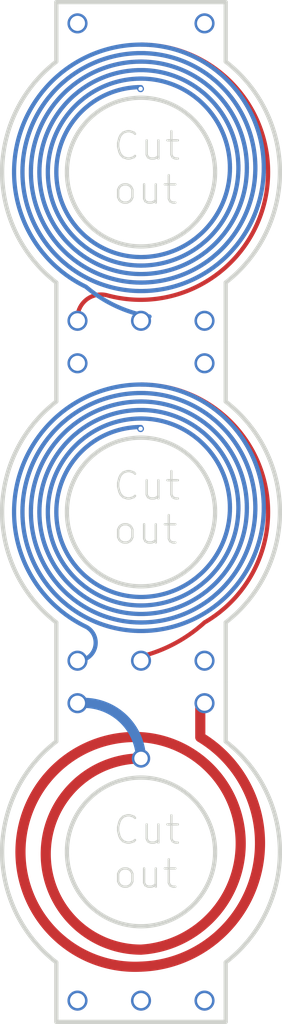
<source format=kicad_pcb>
(kicad_pcb
	(version 20240108)
	(generator "pcbnew")
	(generator_version "8.0")
	(general
		(thickness 1.6)
		(legacy_teardrops no)
	)
	(paper "A4")
	(layers
		(0 "F.Cu" signal)
		(31 "B.Cu" signal)
		(32 "B.Adhes" user "B.Adhesive")
		(33 "F.Adhes" user "F.Adhesive")
		(34 "B.Paste" user)
		(35 "F.Paste" user)
		(36 "B.SilkS" user "B.Silkscreen")
		(37 "F.SilkS" user "F.Silkscreen")
		(38 "B.Mask" user)
		(39 "F.Mask" user)
		(40 "Dwgs.User" user "User.Drawings")
		(41 "Cmts.User" user "User.Comments")
		(42 "Eco1.User" user "User.Eco1")
		(43 "Eco2.User" user "User.Eco2")
		(44 "Edge.Cuts" user)
		(45 "Margin" user)
		(46 "B.CrtYd" user "B.Courtyard")
		(47 "F.CrtYd" user "F.Courtyard")
		(48 "B.Fab" user)
		(49 "F.Fab" user)
		(50 "User.1" user)
		(51 "User.2" user)
		(52 "User.3" user)
		(53 "User.4" user)
		(54 "User.5" user)
		(55 "User.6" user)
		(56 "User.7" user)
		(57 "User.8" user)
		(58 "User.9" user)
	)
	(setup
		(pad_to_mask_clearance 0)
		(allow_soldermask_bridges_in_footprints no)
		(pcbplotparams
			(layerselection 0x00010fc_ffffffff)
			(plot_on_all_layers_selection 0x0000000_00000000)
			(disableapertmacros no)
			(usegerberextensions no)
			(usegerberattributes yes)
			(usegerberadvancedattributes yes)
			(creategerberjobfile yes)
			(dashed_line_dash_ratio 12.000000)
			(dashed_line_gap_ratio 3.000000)
			(svgprecision 4)
			(plotframeref no)
			(viasonmask no)
			(mode 1)
			(useauxorigin no)
			(hpglpennumber 1)
			(hpglpenspeed 20)
			(hpglpendiameter 15.000000)
			(pdf_front_fp_property_popups yes)
			(pdf_back_fp_property_popups yes)
			(dxfpolygonmode yes)
			(dxfimperialunits yes)
			(dxfusepcbnewfont yes)
			(psnegative no)
			(psa4output no)
			(plotreference yes)
			(plotvalue yes)
			(plotfptext yes)
			(plotinvisibletext no)
			(sketchpadsonfab no)
			(subtractmaskfromsilk no)
			(outputformat 1)
			(mirror no)
			(drillshape 1)
			(scaleselection 1)
			(outputdirectory "")
		)
	)
	(net 0 "")
	(net 1 "S$2")
	(net 2 "S$4")
	(net 3 "S$5")
	(net 4 "S$7")
	(net 5 "S$6")
	(net 6 "S$10")
	(net 7 "S$11")
	(net 8 "S$12")
	(net 9 "S$19")
	(net 10 "S$18")
	(net 11 "S$14")
	(gr_line
		(start 143.4211 135.4836)
		(end 143.4211 131.9276)
		(stroke
			(width 0.254)
			(type solid)
		)
		(layer "Edge.Cuts")
		(uuid "0242151f-6e44-4027-a33d-f467f3438622")
	)
	(gr_line
		(start 153.5811 74.5236)
		(end 153.5811 78.0796)
		(stroke
			(width 0.254)
			(type solid)
		)
		(layer "Edge.Cuts")
		(uuid "13294510-573b-4b65-93c7-85c74c3c7394")
	)
	(gr_line
		(start 143.4211 74.5236)
		(end 143.4211 78.0796)
		(stroke
			(width 0.254)
			(type solid)
		)
		(layer "Edge.Cuts")
		(uuid "1632cc07-4427-4630-995f-fb8f2ae41625")
	)
	(gr_arc
		(start 143.4211 131.9276)
		(mid 140.169281 125.3236)
		(end 143.4211 118.7196)
		(stroke
			(width 0.254)
			(type solid)
		)
		(layer "Edge.Cuts")
		(uuid "1a72e2c4-3b71-4937-a492-a7a7e7d9b40d")
	)
	(gr_arc
		(start 153.5811 78.0796)
		(mid 156.832919 84.6836)
		(end 153.5811 91.2876)
		(stroke
			(width 0.254)
			(type solid)
		)
		(layer "Edge.Cuts")
		(uuid "45d6d0f2-bef4-407d-bcdc-e8a31417080a")
	)
	(gr_line
		(start 143.4211 74.5236)
		(end 153.5811 74.5236)
		(stroke
			(width 0.254)
			(type solid)
		)
		(layer "Edge.Cuts")
		(uuid "47916baf-3117-4b82-9737-77fb6bd3667b")
	)
	(gr_line
		(start 143.4211 115.1636)
		(end 143.4211 111.6076)
		(stroke
			(width 0.254)
			(type solid)
		)
		(layer "Edge.Cuts")
		(uuid "4941f9b0-173b-4dd7-ac8c-07a365fff616")
	)
	(gr_line
		(start 153.5811 135.4836)
		(end 153.5811 131.9276)
		(stroke
			(width 0.254)
			(type solid)
		)
		(layer "Edge.Cuts")
		(uuid "547530f1-2fa7-4cb2-8414-56fedeba17a8")
	)
	(gr_arc
		(start 143.4211 91.2876)
		(mid 140.169281 84.6836)
		(end 143.4211 78.0796)
		(stroke
			(width 0.254)
			(type solid)
		)
		(layer "Edge.Cuts")
		(uuid "5be246c7-e76d-49ef-bdcc-729fe223edd0")
	)
	(gr_arc
		(start 153.5811 118.7196)
		(mid 156.832919 125.3236)
		(end 153.5811 131.9276)
		(stroke
			(width 0.254)
			(type solid)
		)
		(layer "Edge.Cuts")
		(uuid "63ecfc0a-83ca-4df9-92ee-f3e241c47123")
	)
	(gr_line
		(start 143.4211 115.1636)
		(end 143.4211 118.7196)
		(stroke
			(width 0.254)
			(type solid)
		)
		(layer "Edge.Cuts")
		(uuid "67c2baef-f41d-4abd-bf39-2f15a0687c36")
	)
	(gr_line
		(start 153.5811 94.8436)
		(end 153.5811 98.3996)
		(stroke
			(width 0.254)
			(type solid)
		)
		(layer "Edge.Cuts")
		(uuid "95e60c33-e8f5-4505-b0cc-7e95b8fdfcc4")
	)
	(gr_circle
		(center 148.5011 84.6836)
		(end 152.9461 84.6836)
		(stroke
			(width 0.254)
			(type solid)
		)
		(fill none)
		(layer "Edge.Cuts")
		(uuid "97574b8f-8116-4128-a29d-501d29f73dbc")
	)
	(gr_line
		(start 143.4211 94.8436)
		(end 143.4211 91.2876)
		(stroke
			(width 0.254)
			(type solid)
		)
		(layer "Edge.Cuts")
		(uuid "a4ca1992-67be-46da-90ad-9943ec7ef395")
	)
	(gr_circle
		(center 148.5011 105.0036)
		(end 152.9461 105.0036)
		(stroke
			(width 0.254)
			(type solid)
		)
		(fill none)
		(layer "Edge.Cuts")
		(uuid "a5955f83-292c-4e52-a61f-1afcb68a3d42")
	)
	(gr_line
		(start 143.4211 135.4836)
		(end 153.5811 135.4836)
		(stroke
			(width 0.254)
			(type solid)
		)
		(layer "Edge.Cuts")
		(uuid "b372ea4e-a133-4b7e-92d3-3cfda756d898")
	)
	(gr_line
		(start 143.4211 94.8436)
		(end 143.4211 98.3996)
		(stroke
			(width 0.254)
			(type solid)
		)
		(layer "Edge.Cuts")
		(uuid "c63b6b85-e4f4-4e84-84de-8300811c256d")
	)
	(gr_line
		(start 153.5811 115.1636)
		(end 153.5811 111.6076)
		(stroke
			(width 0.254)
			(type solid)
		)
		(layer "Edge.Cuts")
		(uuid "c84d2867-5175-4bb5-8068-1243bc3aaf0c")
	)
	(gr_line
		(start 153.5811 115.1636)
		(end 153.5811 118.7196)
		(stroke
			(width 0.254)
			(type solid)
		)
		(layer "Edge.Cuts")
		(uuid "e1855ee4-a0ce-4e06-b4c5-60d69a1ba9cf")
	)
	(gr_circle
		(center 148.5011 125.3236)
		(end 152.9461 125.3236)
		(stroke
			(width 0.254)
			(type solid)
		)
		(fill none)
		(layer "Edge.Cuts")
		(uuid "e678451d-d3c8-4c70-bf6a-c3f6a15a181e")
	)
	(gr_line
		(start 153.5811 94.8436)
		(end 153.5811 91.2876)
		(stroke
			(width 0.254)
			(type solid)
		)
		(layer "Edge.Cuts")
		(uuid "e81d0bd9-5c0f-4307-a323-dcff7faa7651")
	)
	(gr_arc
		(start 143.4211 111.6076)
		(mid 140.169281 105.0036)
		(end 143.4211 98.3996)
		(stroke
			(width 0.254)
			(type solid)
		)
		(layer "Edge.Cuts")
		(uuid "f059d6ee-79d5-48ef-993c-ec068ad3dc40")
	)
	(gr_arc
		(start 153.5811 98.3996)
		(mid 156.832919 105.0036)
		(end 153.5811 111.6076)
		(stroke
			(width 0.254)
			(type solid)
		)
		(layer "Edge.Cuts")
		(uuid "fc281f16-b341-4922-9723-f67e786f85d7")
	)
	(gr_text "Cut\nout"
		(at 146.7231 127.6096 0)
		(layer "Edge.Cuts")
		(uuid "287760df-c389-4a85-b56b-6019fadc5b6d")
		(effects
			(font
				(size 1.63576 1.63576)
				(thickness 0.14224)
			)
			(justify left bottom)
		)
	)
	(gr_text "Cut\nout"
		(at 146.7231 86.7156 0)
		(layer "Edge.Cuts")
		(uuid "3299adda-378a-44ec-8e14-c6835ca53163")
		(effects
			(font
				(size 1.63576 1.63576)
				(thickness 0.14224)
			)
			(justify left bottom)
		)
	)
	(gr_text "Cut\nout"
		(at 146.7231 107.0356 0)
		(layer "Edge.Cuts")
		(uuid "92ada77c-69a7-4a07-8613-0a080a981f5e")
		(effects
			(font
				(size 1.63576 1.63576)
				(thickness 0.14224)
			)
			(justify left bottom)
		)
	)
	(via
		(at 148.5011 113.8936)
		(size 1.2048)
		(drill 0.9)
		(layers "F.Cu" "B.Cu")
		(net 1)
		(uuid "34d5f859-c1ae-4206-b7a5-a6df8c50a8c5")
	)
	(via
		(at 148.4757 100.0252)
		(size 0.4064)
		(drill 0.254)
		(layers "F.Cu" "B.Cu")
		(net 1)
		(uuid "363ccdd7-1e92-4860-afdd-20ac2822e0ae")
	)
	(via
		(at 144.6911 113.8936)
		(size 1.2048)
		(drill 0.9)
		(layers "F.Cu" "B.Cu")
		(net 1)
		(uuid "a78d4f79-79b9-4dea-b664-43a3b407e96e")
	)
	(arc
		(start 148.5011 98.3996)
		(mid 141.8971 105.0036)
		(end 148.5011 111.6076)
		(width 0.254)
		(layer "F.Cu")
		(net 1)
		(uuid "0653627e-6555-4e43-ac59-fd429f36d902")
	)
	(arc
		(start 148.5011 111.0996)
		(mid 154.8511 104.7496)
		(end 148.5011 98.3996)
		(width 0.254)
		(layer "F.Cu")
		(net 1)
		(uuid "1f09f523-0ea1-4941-8c16-a6784bee9092")
	)
	(arc
		(start 148.5011 97.8916)
		(mid 141.3891 105.0036)
		(end 148.5011 112.1156)
		(width 0.254)
		(layer "F.Cu")
		(net 1)
		(uuid "5572e7e0-48bd-4bb4-8a9e-044f0e81864e")
	)
	(arc
		(start 148.5011 98.9076)
		(mid 142.4051 105.0036)
		(end 148.5011 111.0996)
		(width 0.254)
		(layer "F.Cu")
		(net 1)
		(uuid "5d511213-dbcc-4f67-94d8-099d754cbb59")
	)
	(arc
		(start 148.5011 99.9236)
		(mid 143.4211 105.0036)
		(end 148.5011 110.0836)
		(width 0.254)
		(layer "F.Cu")
		(net 1)
		(uuid "618fe523-99e3-4781-a22a-56903af0078c")
	)
	(arc
		(start 148.5011 110.5916)
		(mid 154.3431 104.7496)
		(end 148.5011 98.9076)
		(width 0.254)
		(layer "F.Cu")
		(net 1)
		(uuid "6651dcd9-a091-408c-b262-12756d96d6a3")
	)
	(arc
		(start 148.5011 112.1156)
		(mid 155.8671 104.7496)
		(end 148.5011 97.3836)
		(width 0.254)
		(layer "F.Cu")
		(net 1)
		(uuid "782111fa-4958-4d42-8f5e-edec98e395b5")
	)
	(arc
		(start 148.5011 111.6076)
		(mid 155.3591 104.7496)
		(end 148.5011 97.8916)
		(width 0.254)
		(layer "F.Cu")
		(net 1)
		(uuid "9289ed68-3af5-4737-9dbf-707b7bd337af")
	)
	(arc
		(start 152.3111 111.6076)
		(mid 150.531868 112.859416)
		(end 148.5011 113.6396)
		(width 0.254)
		(layer "F.Cu")
		(net 1)
		(uuid "94d73fe5-550e-454a-98a7-d1830fb488cc")
	)
	(arc
		(start 148.5011 97.3836)
		(mid 155.864234 103.0336)
		(end 152.3111 111.6076)
		(width 0.254)
		(layer "F.Cu")
		(net 1)
		(uuid "bf5a10e0-7b11-40a7-a0dd-79238c0137c2")
	)
	(arc
		(start 148.5011 110.0836)
		(mid 153.8351 104.7496)
		(end 148.5011 99.4156)
		(width 0.254)
		(layer "F.Cu")
		(net 1)
		(uuid "de880dc2-f34a-4dd6-aa59-ccaaf42339c2")
	)
	(arc
		(start 148.5011 99.4156)
		(mid 142.9131 105.0036)
		(end 148.5011 110.5916)
		(width 0.254)
		(layer "F.Cu")
		(net 1)
		(uuid "dfcb133e-d9c0-4748-b9cd-af1df62eaddc")
	)
	(arc
		(start 148.5011 98.3996)
		(mid 141.8971 105.0036)
		(end 148.5011 111.6076)
		(width 0.254)
		(layer "B.Cu")
		(net 1)
		(uuid "0253eb39-79ab-4d70-a155-71bc09f3302b")
	)
	(arc
		(start 148.5011 97.8916)
		(mid 141.3891 105.0036)
		(end 148.5011 112.1156)
		(width 0.254)
		(layer "B.Cu")
		(net 1)
		(uuid "1f107afc-5178-4ae8-ae3e-33f36563da1a")
	)
	(arc
		(start 145.1991 111.8616)
		(mid 145.74918 113.07862)
		(end 144.6911 113.8936)
		(width 0.254)
		(layer "B.Cu")
		(net 1)
		(uuid "251cdd1d-6363-4021-9bcd-ecde17d9dc98")
	)
	(arc
		(start 148.5011 110.0836)
		(mid 153.8351 104.7496)
		(end 148.5011 99.4156)
		(width 0.254)
		(layer "B.Cu")
		(net 1)
		(uuid "3c6181e1-ea54-4838-ac77-baa569817d7a")
	)
	(arc
		(start 148.5011 110.5916)
		(mid 154.3431 104.7496)
		(end 148.5011 98.9076)
		(width 0.254)
		(layer "B.Cu")
		(net 1)
		(uuid "6db9771d-d980-4f53-8147-c45813bbdd3f")
	)
	(arc
		(start 148.5011 111.0996)
		(mid 154.8511 104.7496)
		(end 148.5011 98.3996)
		(width 0.254)
		(layer "B.Cu")
		(net 1)
		(uuid "8e85d9c1-be1a-4db9-9eb0-8ed34050aaed")
	)
	(arc
		(start 148.5011 98.9076)
		(mid 142.4051 105.0036)
		(end 148.5011 111.0996)
		(width 0.254)
		(layer "B.Cu")
		(net 1)
		(uuid "98cdc905-6600-4285-aeea-7473696eaad0")
	)
	(arc
		(start 148.5011 99.4156)
		(mid 142.9131 105.0036)
		(end 148.5011 110.5916)
		(width 0.254)
		(layer "B.Cu")
		(net 1)
		(uuid "999a472f-6cf8-4da4-ba6a-36fd6ab50c99")
	)
	(arc
		(start 148.5011 112.1156)
		(mid 155.8671 104.7496)
		(end 148.5011 97.3836)
		(width 0.254)
		(layer "B.Cu")
		(net 1)
		(uuid "b1cb1380-1cc7-4573-9a09-e2e287002973")
	)
	(arc
		(start 148.5011 99.9236)
		(mid 143.4211 105.0036)
		(end 148.5011 110.0836)
		(width 0.254)
		(layer "B.Cu")
		(net 1)
		(uuid "d7248fbe-e682-49ed-81c7-025bec0436c4")
	)
	(arc
		(start 148.5011 111.6076)
		(mid 155.3591 104.7496)
		(end 148.5011 97.8916)
		(width 0.254)
		(layer "B.Cu")
		(net 1)
		(uuid "da638205-3d47-4e01-bfd1-f3c59c225f8d")
	)
	(arc
		(start 148.5011 97.3836)
		(mid 141.076966 103.30592)
		(end 145.1991 111.8616)
		(width 0.254)
		(layer "B.Cu")
		(net 1)
		(uuid "e3589839-bb07-49fd-aa2f-cac300177e1b")
	)
	(via
		(at 144.6911 96.1136)
		(size 1.2048)
		(drill 0.9)
		(layers "F.Cu" "B.Cu")
		(net 2)
		(uuid "98e8a854-b0f6-4e47-92a7-260197deeab2")
	)
	(via
		(at 152.3111 96.1136)
		(size 1.2048)
		(drill 0.9)
		(layers "F.Cu" "B.Cu")
		(net 3)
		(uuid "50b042d3-3dbb-4deb-8011-ea26fd8e022d")
	)
	(via
		(at 152.3111 113.8936)
		(size 1.2048)
		(drill 0.9)
		(layers "F.Cu" "B.Cu")
		(net 4)
		(uuid "5ea3670a-397e-4bf7-9624-ed486298a7ab")
	)
	(via
		(at 148.5011 93.5736)
		(size 1.2048)
		(drill 0.9)
		(layers "F.Cu" "B.Cu")
		(net 5)
		(uuid "4ac827e8-2e52-4d32-97e1-42b8d3c70b61")
	)
	(via
		(at 148.4757 79.7052)
		(size 0.4064)
		(drill 0.254)
		(layers "F.Cu" "B.Cu")
		(net 5)
		(uuid "96b1d788-b11a-4b22-bbf9-8498d85de19b")
	)
	(via
		(at 144.6911 93.5736)
		(size 1.2048)
		(drill 0.9)
		(layers "F.Cu" "B.Cu")
		(net 5)
		(uuid "db34518e-5940-4788-b91c-aa01a9f78789")
	)
	(arc
		(start 148.5011 78.5876)
		(mid 142.4051 84.6836)
		(end 148.5011 90.7796)
		(width 0.254)
		(layer "F.Cu")
		(net 5)
		(uuid "08fbaa2d-cf0a-40d7-84e3-54ff07cbcf49")
	)
	(arc
		(start 152.3111 91.2876)
		(mid 149.466584 92.254975)
		(end 146.4691 92.0496)
		(width 0.254)
		(layer "F.Cu")
		(net 5)
		(uuid "140f9fbb-7f19-4190-81a6-b91f877b7ce7")
	)
	(arc
		(start 148.5011 78.0796)
		(mid 141.8971 84.6836)
		(end 148.5011 91.2876)
		(width 0.254)
		(layer "F.Cu")
		(net 5)
		(uuid "22c949ad-e985-4f68-84dc-2a74ad4b13e9")
	)
	(arc
		(start 148.5011 90.2716)
		(mid 154.3431 84.4296)
		(end 148.5011 78.5876)
		(width 0.254)
		(layer "F.Cu")
		(net 5)
		(uuid "40591021-4176-42ba-a7f5-1bd68aeac8a3")
	)
	(arc
		(start 148.5011 89.7636)
		(mid 153.8351 84.4296)
		(end 148.5011 79.0956)
		(width 0.254)
		(layer "F.Cu")
		(net 5)
		(uuid "704b3380-b8ca-4588-8157-93af611b2eb3")
	)
	(arc
		(start 146.4691 92.0496)
		(mid 145.181527 92.346598)
		(end 144.6911 93.5736)
		(width 0.254)
		(layer "F.Cu")
		(net 5)
		(uuid "8d972768-cf3c-4242-9257-3fd2708bd333")
	)
	(arc
		(start 148.5011 77.5716)
		(mid 141.3891 84.6836)
		(end 148.5011 91.7956)
		(width 0.254)
		(layer "F.Cu")
		(net 5)
		(uuid "aac3b8c5-504b-43d5-8367-870195d9ae14")
	)
	(arc
		(start 148.5011 77.0636)
		(mid 155.864235 82.7136)
		(end 152.3111 91.2876)
		(width 0.254)
		(layer "F.Cu")
		(net 5)
		(uuid "b5290047-4d60-48db-96d9-f5d7245e331e")
	)
	(arc
		(start 148.5011 79.6036)
		(mid 143.4211 84.6836)
		(end 148.5011 89.7636)
		(width 0.254)
		(layer "F.Cu")
		(net 5)
		(uuid "b7058c8c-e7d5-4652-ac03-1bba4aa29b61")
	)
	(arc
		(start 148.5011 91.7956)
		(mid 155.8671 84.4296)
		(end 148.5011 77.0636)
		(width 0.254)
		(layer "F.Cu")
		(net 5)
		(uuid "c889c5ab-e917-4fac-9f46-2d434e866cec")
	)
	(arc
		(start 148.5011 79.0956)
		(mid 142.9131 84.6836)
		(end 148.5011 90.2716)
		(width 0.254)
		(layer "F.Cu")
		(net 5)
		(uuid "e0a54ec2-bbc6-4dfe-9c02-ad8954dbdb16")
	)
	(arc
		(start 148.5011 90.7796)
		(mid 154.8511 84.4296)
		(end 148.5011 78.0796)
		(width 0.254)
		(layer "F.Cu")
		(net 5)
		(uuid "f78b2b71-cfd2-43f5-a5f3-24c14f076f83")
	)
	(arc
		(start 148.5011 91.2876)
		(mid 155.3591 84.4296)
		(end 148.5011 77.5716)
		(width 0.254)
		(layer "F.Cu")
		(net 5)
		(uuid "fb48a3a6-0f35-4853-a393-704f90482265")
	)
	(arc
		(start 148.5011 91.7956)
		(mid 155.8671 84.4296)
		(end 148.5011 77.0636)
		(width 0.254)
		(layer "B.Cu")
		(net 5)
		(uuid "0884bea8-83df-4de9-9874-231836752249")
	)
	(arc
		(start 148.5011 79.0956)
		(mid 142.9131 84.6836)
		(end 148.5011 90.2716)
		(width 0.254)
		(layer "B.Cu")
		(net 5)
		(uuid "41d11676-e398-4ec1-99de-95e90802066b")
	)
	(arc
		(start 148.5011 91.2876)
		(mid 155.3591 84.4296)
		(end 148.5011 77.5716)
		(width 0.254)
		(layer "B.Cu")
		(net 5)
		(uuid "4bab2f7f-8e83-44b3-a10a-cb799aa6f179")
	)
	(arc
		(start 148.5011 90.2716)
		(mid 154.3431 84.4296)
		(end 148.5011 78.5876)
		(width 0.254)
		(layer "B.Cu")
		(net 5)
		(uuid "622bc7dc-4869-42ef-a9ce-b49b12ecefe4")
	)
	(arc
		(start 148.5011 78.0796)
		(mid 141.8971 84.6836)
		(end 148.5011 91.2876)
		(width 0.254)
		(layer "B.Cu")
		(net 5)
		(uuid "629b605d-5c09-43f2-91ce-9852f6a745f8")
	)
	(arc
		(start 148.5011 89.7636)
		(mid 153.8351 84.4296)
		(end 148.5011 79.0956)
		(width 0.254)
		(layer "B.Cu")
		(net 5)
		(uuid "67ab010b-68c8-4152-90af-a4642ddebaf5")
	)
	(arc
		(start 148.5011 90.7796)
		(mid 154.8511 84.4296)
		(end 148.5011 78.0796)
		(width 0.254)
		(layer "B.Cu")
		(net 5)
		(uuid "92d1b94a-c75b-4d7a-bcb3-569e9e9f910d")
	)
	(arc
		(start 148.5011 78.5876)
		(mid 142.4051 84.6836)
		(end 148.5011 90.7796)
		(width 0.254)
		(layer "B.Cu")
		(net 5)
		(uuid "9cd24565-0e5d-4cca-972b-3128f08c3646")
	)
	(arc
		(start 148.5011 77.0636)
		(mid 141.076965 82.985921)
		(end 145.1991 91.5416)
		(width 0.254)
		(layer "B.Cu")
		(net 5)
		(uuid "a4f22c6b-d9c1-48a4-bde7-15ecf24f2016")
	)
	(arc
		(start 145.1991 91.5416)
		(mid 146.984522 92.686839)
		(end 149.0091 93.3196)
		(width 0.254)
		(layer "B.Cu")
		(net 5)
		(uuid "c436f08e-ccbe-4d8e-9b31-9a2ca3648c56")
	)
	(arc
		(start 148.5011 77.5716)
		(mid 141.3891 84.6836)
		(end 148.5011 91.7956)
		(width 0.254)
		(layer "B.Cu")
		(net 5)
		(uuid "e421f700-21dc-43f0-9795-1797783aadf1")
	)
	(arc
		(start 148.5011 79.6036)
		(mid 143.4211 84.6836)
		(end 148.5011 89.7636)
		(width 0.254)
		(layer "B.Cu")
		(net 5)
		(uuid "f7f28cb7-9400-4e5f-87b3-babfd4623936")
	)
	(via
		(at 144.6911 75.7936)
		(size 1.2048)
		(drill 0.9)
		(layers "F.Cu" "B.Cu")
		(net 6)
		(uuid "0908cc09-829a-4754-a480-f3b039bb67a5")
	)
	(via
		(at 152.3111 75.7936)
		(size 1.2048)
		(drill 0.9)
		(layers "F.Cu" "B.Cu")
		(net 7)
		(uuid "3f2b3dd0-7764-4785-974f-d20cecab4563")
	)
	(via
		(at 152.3111 93.5736)
		(size 1.2048)
		(drill 0.9)
		(layers "F.Cu" "B.Cu")
		(net 8)
		(uuid "db9ec059-e0d0-4cae-90e2-badba423790f")
	)
	(via
		(at 144.6911 134.2136)
		(size 1.2048)
		(drill 0.9)
		(layers "F.Cu" "B.Cu")
		(net 9)
		(uuid "9bf6777f-c814-4824-8e68-b37d736cdcc2")
	)
	(via
		(at 148.5011 134.2136)
		(size 1.2048)
		(drill 0.9)
		(layers "F.Cu" "B.Cu")
		(net 10)
		(uuid "693bc9a0-c750-4854-be3d-d24e056b24d8")
	)
	(via
		(at 152.3111 134.2136)
		(size 1.2048)
		(drill 0.9)
		(layers "F.Cu" "B.Cu")
		(net 10)
		(uuid "6e31a508-c96b-4d9d-8778-31a9d0e7bc7c")
	)
	(segment
		(start 152.0571 118.4656)
		(end 152.0571 116.4336)
		(width 0.6096)
		(layer "F.Cu")
		(net 11)
		(uuid "307b24f3-f6a2-45d4-a890-6e316cee632e")
	)
	(via
		(at 148.5011 119.7356)
		(size 1.1048)
		(drill 0.8)
		(layers "F.Cu" "B.Cu")
		(net 11)
		(uuid "5d3a4a2e-1bd4-4282-a589-6ce81046f60c")
	)
	(via
		(at 152.3111 116.4336)
		(size 1.2048)
		(drill 0.9)
		(layers "F.Cu" "B.Cu")
		(net 11)
		(uuid "89006a14-4ea5-4e6e-ad19-2a89ed39c9d2")
	)
	(via
		(at 144.6911 116.4336)
		(size 1.2048)
		(drill 0.9)
		(layers "F.Cu" "B.Cu")
		(net 11)
		(uuid "9fda3d13-02cc-43eb-8118-253761a8cc7b")
	)
	(arc
		(start 148.5011 132.1816)
		(mid 155.403071 126.652036)
		(end 152.0571 118.4656)
		(width 0.6096)
		(layer "F.Cu")
		(net 11)
		(uuid "359002d4-b1b4-4573-b5f6-485631b94be3")
	)
	(arc
		(start 147.7391 118.4656)
		(mid 141.262101 125.7046)
		(end 148.5011 132.1816)
		(width 0.6096)
		(layer "F.Cu")
		(net 11)
		(uuid "bfc45313-620b-40f0-b192-33c1f959f066")
	)
	(arc
		(start 148.5011 119.7356)
		(mid 142.7861 125.4506)
		(end 148.5011 131.1656)
		(width 0.6096)
		(layer "F.Cu")
		(net 11)
		(uuid "d2972407-b5b8-427f-aeb9-722ae32515f6")
	)
	(arc
		(start 148.5011 131.1656)
		(mid 154.4701 124.4346)
		(end 147.7391 118.4656)
		(width 0.6096)
		(layer "F.Cu")
		(net 11)
		(uuid "f8b40f9e-058f-4657-9079-da9b1c82a202")
	)
	(arc
		(start 148.5011 119.7356)
		(mid 147.315853 117.254116)
		(end 144.6911 116.4336)
		(width 0.6096)
		(layer "B.Cu")
		(net 11)
		(uuid "d16a73d3-249d-4669-9e6d-e849fbbe5ebc")
	)
)

</source>
